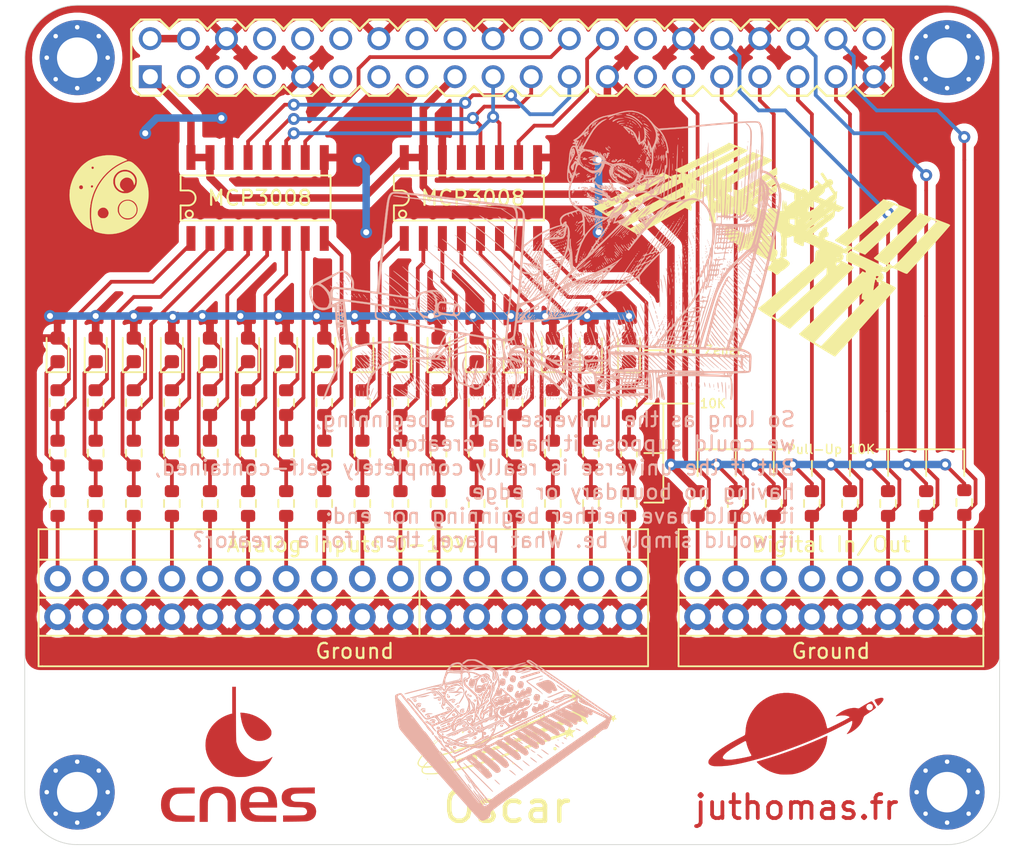
<source format=kicad_pcb>
(kicad_pcb (version 20221018) (generator pcbnew)
  (layers (0 "F.Cu" signal "Top") (31 "B.Cu" signal "Bottom") (34 "B.Paste" user) (35 "F.Paste" user) (36 "B.SilkS" user "B.Silkscreen") (37 "F.SilkS" user "F.Silkscreen") (38 "B.Mask" user) (39 "F.Mask" user) (44 "Edge.Cuts" user))
  (net 0 "")
  (net 1 "GND")
  (net 2 "+5V")
  (net 3 "/D8")
  (net 4 "/D7")
  (net 5 "/D6")
  (net 6 "/D5")
  (net 7 "/D4")
  (net 8 "/D3")
  (net 9 "/D2")
  (net 10 "/D1")
  (net 11 "/GPIO7")
  (net 12 "/GPIO8")
  (net 13 "/GPIO11")
  (net 14 "/GPIO9")
  (net 15 "/GPIO10")
  (net 16 "/3V3_REG")
  (net 17 "/CH7")
  (net 18 "/CH6")
  (net 19 "/CH5")
  (net 20 "/CH4")
  (net 21 "/CH3")
  (net 22 "/CH2")
  (net 23 "/CH1")
  (net 24 "/CH0")
  (net 25 "/CH15")
  (net 26 "/CH14")
  (net 27 "/CH13")
  (net 28 "/CH12")
  (net 29 "/CH11")
  (net 30 "/CH10")
  (net 31 "/CH9")
  (net 32 "/CH8")
  (net 33 "/RG15")
  (net 34 "/RG14")
  (net 35 "/RG13")
  (net 36 "/RG12")
  (net 37 "/RG11")
  (net 38 "/RG10")
  (net 39 "/RG9")
  (net 40 "/RG8")
  (net 41 "/RG7")
  (net 42 "/RG6")
  (net 43 "/RG5")
  (net 44 "/RG4")
  (net 45 "/RG3")
  (net 46 "/RG2")
  (net 47 "/RG1")
  (net 48 "/RG0")
  (net 49 "Net-(D1-K)")
  (net 50 "Net-(D2-K)")
  (net 51 "Net-(D3-K)")
  (net 52 "Net-(D4-K)")
  (net 53 "Net-(D5-K)")
  (net 54 "Net-(D6-K)")
  (net 55 "Net-(D7-K)")
  (net 56 "Net-(D8-K)")
  (net 57 "Net-(D9-K)")
  (net 58 "Net-(D10-K)")
  (net 59 "Net-(D11-K)")
  (net 60 "Net-(D12-K)")
  (net 61 "Net-(D13-K)")
  (net 62 "Net-(D14-K)")
  (net 63 "Net-(D15-K)")
  (net 64 "Net-(D16-K)")
  (footprint "Modular Shield:D_0603_1608Metric" (layer "F.Cu") (at 32.728 48.1965 90)
    (fp_text reference "D3" hide)
    (fp_text value "D_Zener 6.6V")
  )
  (footprint "Modular Shield:D_0603_1608Metric" (layer "F.Cu") (at 35.268 48.1965 90)
    (fp_text reference "D4" hide)
    (fp_text value "D_Zener 6.6V")
  )
  (footprint "Modular Shield:D_0603_1608Metric" (layer "F.Cu") (at 37.808 48.1965 90)
    (fp_text reference "D5" hide)
    (fp_text value "D_Zener 6.6V")
  )
  (footprint "Modular Shield:D_0603_1608Metric" (layer "F.Cu") (at 40.348 48.1965 90)
    (fp_text reference "D6" hide)
    (fp_text value "D_Zener 6.6V")
  )
  (footprint "Modular Shield:D_0603_1608Metric" (layer "F.Cu") (at 45.428 48.1965 90)
    (fp_text reference "D8" hide)
    (fp_text value "D_Zener 6.6V")
  )
  (footprint "Modular Shield:D_0603_1608Metric" (layer "F.Cu") (at 47.968 48.1965 90)
    (fp_text reference "D9" hide)
    (fp_text value "D_Zener 6.6V")
  )
  (footprint "Modular Shield:D_0603_1608Metric" (layer "F.Cu") (at 50.508 48.1965 90)
    (fp_text reference "D10" hide)
    (fp_text value "D_Zener 6.6V")
  )
  (footprint "Modular Shield:D_0603_1608Metric" (layer "F.Cu") (at 53.048 48.1965 90)
    (fp_text reference "D11" hide)
    (fp_text value "D_Zener 6.6V")
  )
  (footprint "Modular Shield:D_0603_1608Metric" (layer "F.Cu") (at 58.128 48.222 90)
    (fp_text reference "D13" hide)
    (fp_text value "D_Zener 6.6V")
  )
  (footprint "Modular Shield:D_0603_1608Metric" (layer "F.Cu") (at 60.668 48.1965 90)
    (fp_text reference "D14" hide)
    (fp_text value "D_Zener 6.6V")
  )
  (footprint "Modular Shield:D_0603_1608Metric" (layer "F.Cu") (at 63.208 48.222 90)
    (fp_text reference "D15" hide)
    (fp_text value "D_Zener 6.6V")
  )
  (footprint "Modular Shield:PIN_20X2" (layer "F.Cu") (at 57.956 28.702)
    (fp_text reference "J1" hide)
    (fp_text value "Raspberry_Pi_2_3")
  )
  (footprint "Modular Shield:R_0603_1608Metric" (layer "F.Cu") (at 30.188 55.08 90)
    (fp_text reference "R6" hide)
    (fp_text value "10K")
  )
  (footprint "Modular Shield:R_0603_1608Metric" (layer "F.Cu") (at 32.728 51.715 90)
    (fp_text reference "R8" hide)
    (fp_text value "10K")
  )
  (footprint "Modular Shield:R_0603_1608Metric" (layer "F.Cu") (at 35.268 58.445 90)
    (fp_text reference "R13" hide)
    (fp_text value "10K")
  )
  (footprint "Modular Shield:R_0603_1608Metric" (layer "F.Cu") (at 37.808 51.715 90)
    (fp_text reference "R14" hide)
    (fp_text value "10K")
  )
  (footprint "Modular Shield:R_0603_1608Metric" (layer "F.Cu") (at 37.808 58.445 90)
    (fp_text reference "R16" hide)
    (fp_text value "10K")
  )
  (footprint "Modular Shield:R_0603_1608Metric" (layer "F.Cu") (at 40.348 51.715 90)
    (fp_text reference "R17" hide)
    (fp_text value "10K")
  )
  (footprint "Modular Shield:R_0603_1608Metric" (layer "F.Cu") (at 40.348 58.445 90)
    (fp_text reference "R19" hide)
    (fp_text value "10K")
  )
  (footprint "Modular Shield:R_0603_1608Metric" (layer "F.Cu") (at 42.888 55.08 90)
    (fp_text reference "R21" hide)
    (fp_text value "10K")
  )
  (footprint "Modular Shield:R_0603_1608Metric" (layer "F.Cu") (at 47.968 55.08 90)
    (fp_text reference "R27" hide)
    (fp_text value "10K")
  )
  (footprint "Modular Shield:R_0603_1608Metric" (layer "F.Cu") (at 47.968 58.445 90)
    (fp_text reference "R28" hide)
    (fp_text value "10K")
  )
  (footprint "Modular Shield:R_0603_1608Metric" (layer "F.Cu") (at 50.508 51.715 90)
    (fp_text reference "R29" hide)
    (fp_text value "10K")
  )
  (footprint "Modular Shield:R_0603_1608Metric" (layer "F.Cu") (at 50.508 55.08 90)
    (fp_text reference "R30" hide)
    (fp_text value "10K")
  )
  (footprint "Modular Shield:R_0603_1608Metric" (layer "F.Cu") (at 50.508 58.445 90)
    (fp_text reference "R31" hide)
    (fp_text value "10K")
  )
  (footprint "Modular Shield:R_0603_1608Metric" (layer "F.Cu") (at 53.048 51.715 90)
    (fp_text reference "R32" hide)
    (fp_text value "10K")
  )
  (footprint "Modular Shield:R_0603_1608Metric" (layer "F.Cu") (at 53.048 55.08 90)
    (fp_text reference "R33" hide)
    (fp_text value "10K")
  )
  (footprint "Modular Shield:R_0603_1608Metric" (layer "F.Cu") (at 55.588 55.08 90)
    (fp_text reference "R36" hide)
    (fp_text value "10K")
  )
  (footprint "Modular Shield:R_0603_1608Metric" (layer "F.Cu") (at 55.588 58.445 90)
    (fp_text reference "R37" hide)
    (fp_text value "10K")
  )
  (footprint "Modular Shield:R_0603_1608Metric" (layer "F.Cu") (at 58.128 51.715 90)
    (fp_text reference "R38" hide)
    (fp_text value "10K")
  )
  (footprint "Modular Shield:R_0603_1608Metric" (layer "F.Cu") (at 58.128 55.08 90)
    (fp_text reference "R39" hide)
    (fp_text value "10K")
  )
  (footprint "Modular Shield:R_0603_1608Metric" (layer "F.Cu") (at 58.128 58.445 90)
    (fp_text reference "R40" hide)
    (fp_text value "10K")
  )
  (footprint "Modular Shield:R_0603_1608Metric" (layer "F.Cu") (at 60.668 51.715 90)
    (fp_text reference "R41" hide)
    (fp_text value "10K")
  )
  (footprint "Modular Shield:R_0603_1608Metric" (layer "F.Cu") (at 60.668 55.08 90)
    (fp_text reference "R42" hide)
    (fp_text value "10K")
  )
  (footprint "Modular Shield:R_0603_1608Metric" (layer "F.Cu") (at 60.668 58.445 90)
    (fp_text reference "R43" hide)
    (fp_text value "10K")
  )
  (footprint "Modular Shield:R_0603_1608Metric" (layer "F.Cu") (at 63.208 55.08 90)
    (fp_text reference "R45" hide)
    (fp_text value "10K")
  )
  (footprint "Modular Shield:R_0603_1608Metric" (layer "F.Cu") (at 63.208 58.445 90)
    (fp_text reference "R46" hide)
    (fp_text value "10K")
  )
  (footprint "Modular Shield:R_0603_1608Metric" (layer "F.Cu") (at 65.748 51.715 90)
    (fp_text reference "R47" hide)
    (fp_text value "10K")
  )
  (footprint "Modular Shield:R_0603_1608Metric" (layer "F.Cu") (at 65.748 55.08 90)
    (fp_text reference "R48" hide)
    (fp_text value "10K")
  )
  (footprint "Modular Shield:MCP3008 SOIC16" (layer "F.Cu") (at 40.348 38.062 90)
    (fp_text reference "U1" hide)
    (fp_text value "MCP3008" hide)
  )
  (footprint "Modular Shield:MCP3008 SOIC16" (layer "F.Cu") (at 54.572 38.062 90)
    (fp_text reference "U3" hide)
    (fp_text value "MCP3008" hide)
  )
  (footprint "Modular Shield:MountingHole_2.7mm_M2.5" (layer "F.Cu") (at 86.956 77.702)
    (fp_text reference "H2" hide)
    (fp_text value "MountingHole")
  )
  (footprint "Modular Shield:MountingHole_2.7mm_M2.5" (layer "F.Cu") (at 86.956 28.702)
    (fp_text reference "H3" hide)
    (fp_text value "MountingHole")
  )
  (footprint "Modular Shield:MountingHole_2.7mm_M2.5" (layer "F.Cu") (at 28.956 77.702)
    (fp_text reference "H4" hide)
    (fp_text value "MountingHole")
  )
  (footprint "Modular Shield:MountingHole_2.7mm_M2.5" (layer "F.Cu") (at 28.956 28.702)
    (fp_text reference "H1" hide)
    (fp_text value "MountingHole")
  )
  (footprint "Modular Shield:1X10-BIG" (layer "F.Cu") (at 39.078 66.002)
    (fp_text reference "JP6" hide)
    (fp_text value "PINHD-1X10")
  )
  (footprint "Modular Shield:1X08-BIG" (layer "F.Cu") (at 79.21 66.002)
    (fp_text reference "JP2" hide)
    (fp_text value "PINHD-1X8")
  )
  (footprint "Modular Shield:1X06-BIG" (layer "F.Cu") (at 59.398 66.002)
    (fp_text reference "JP3" hide)
    (fp_text value "PINHD-1X6")
  )
  (footprint "Modular Shield:1X10-BIG" (layer "F.Cu") (at 39.078 63.462)
    (fp_text reference "JP4" hide)
    (fp_text value "PINHD-1X10")
  )
  (footprint "Modular Shield:R_0603_1608Metric" (layer "F.Cu") (at 27.648 55.08 90)
    (fp_text reference "R2" hide)
    (fp_text value "10K")
  )
  (footprint "Modular Shield:R_0603_1608Metric" (layer "F.Cu") (at 27.648 51.715 90)
    (fp_text reference "R1" hide)
    (fp_text value "10K")
  )
  (footprint "Modular Shield:D_0603_1608Metric" (layer "F.Cu") (at 27.648 48.1965 90)
    (fp_text reference "D1" hide)
    (fp_text value "D_Zener 6.6V")
  )
  (footprint "Modular Shield:1X08-BIG" (layer "F.Cu") (at 79.21 63.462)
    (fp_text reference "JP5" hide)
    (fp_text value "PINHD-1X8")
  )
  (footprint "Modular Shield:1X06-BIG" (layer "F.Cu") (at 59.398 63.462)
    (fp_text reference "JP1" hide)
    (fp_text value "PINHD-1X6")
  )
  (footprint "Modular Shield:D_0603_1608Metric" (layer "F.Cu") (at 30.188 48.1965 90)
    (fp_text reference "D2" hide)
    (fp_text value "D_Zener 6.6V")
  )
  (footprint "Modular Shield:R_0603_1608Metric" (layer "F.Cu") (at 30.188 58.445 90)
    (fp_text reference "R7" hide)
    (fp_text value "10K")
  )
  (footprint "Modular Shield:R_0603_1608Metric" (layer "F.Cu") (at 27.648 58.445 90)
    (fp_text reference "R3" hide)
    (fp_text value "10K")
  )
  (footprint "Modular Shield:R_0603_1608Metric" (layer "F.Cu") (at 30.188 51.715 90)
    (fp_text reference "R5" hide)
    (fp_text value "10K")
  )
  (footprint "Modular Shield:R_0603_1608Metric" (layer "F.Cu") (at 32.728 58.445 90)
    (fp_text reference "R10" hide)
    (fp_text value "10K")
  )
  (footprint "Modular Shield:R_0603_1608Metric" (layer "F.Cu") (at 32.728 55.08 90)
    (fp_text reference "R9" hide)
    (fp_text value "10K")
  )
  (footprint "Modular Shield:R_0603_1608Metric" (layer "F.Cu") (at 35.268 55.08 90)
    (fp_text reference "R12" hide)
    (fp_text value "10K")
  )
  (footprint "Modular Shield:R_0603_1608Metric" (layer "F.Cu") (at 35.268 51.715 90)
    (fp_text reference "R11" hide)
    (fp_text value "10K")
  )
  (footprint "Modular Shield:R_0603_1608Metric" (layer "F.Cu") (at 37.808 55.08 90)
    (fp_text reference "R15" hide)
    (fp_text value "10K")
  )
  (footprint "Modular Shield:R_0603_1608Metric" (layer "F.Cu") (at 40.348 55.08 90)
    (fp_text reference "R18" hide)
    (fp_text value "10K")
  )
  (footprint "Modular Shield:D_0603_1608Metric" (layer "F.Cu") (at 42.888 48.1965 90)
    (fp_text reference "D7" hide)
    (fp_text value "D_Zener 6.6V")
  )
  (footprint "Modular Shield:R_0603_1608Metric" (layer "F.Cu") (at 42.888 58.445 90)
    (fp_text reference "R22" hide)
    (fp_text value "10K")
  )
  (footprint "Modular Shield:R_0603_1608Metric" (layer "F.Cu") (at 42.888 51.715 90)
    (fp_text reference "R20" hide)
    (fp_text value "10K")
  )
  (footprint "Modular Shield:R_0603_1608Metric" (layer "F.Cu") (at 45.428 58.445 90)
    (fp_text reference "R25" hide)
    (fp_text value "10K")
  )
  (footprint "Modular Shield:R_0603_1608Metric" (layer "F.Cu") (at 45.428 55.08 90)
    (fp_text reference "R24" hide)
    (fp_text value "10K")
  )
  (footprint "Modular Shield:R_0603_1608Metric" (layer "F.Cu") (at 45.428 51.715 90)
    (fp_text reference "R23" hide)
    (fp_text value "10K")
  )
  (footprint "Modular Shield:R_0603_1608Metric" (layer "F.Cu") (at 47.968 51.715 90)
    (fp_text reference "R26" hide)
    (fp_text value "10K")
  )
  (footprint "Modular Shield:R_0603_1608Metric" (layer "F.Cu") (at 53.048 58.445 90)
    (fp_text reference "R34" hide)
    (fp_text value "10K")
  )
  (footprint "Modular Shield:R_0603_1608Metric" (layer "F.Cu") (at 55.588 51.715 90)
    (fp_text reference "R35" hide)
    (fp_text value "10K")
  )
  (footprint "Modular Shield:D_0603_1608Metric" (layer "F.Cu") (at 55.588 48.1965 90)
    (fp_text reference "D12" hide)
    (fp_text value "D_Zener 6.6V")
  )
  (footprint "Modular Shield:R_0603_1608Metric" (layer "F.Cu") (at 63.208 51.715 90)
    (fp_text reference "R44" hide)
    (fp_text value "10K")
  )
  (footprint "Modular Shield:R_0603_1608Metric" (layer "F.Cu") (at 65.748 58.445 90)
    (fp_text reference "R49" hide)
    (fp_text value "10K")
  )
  (footprint "Modular Shield:D_0603_1608Metric" (layer "F.Cu") (at 65.748 48.1965 90)
    (fp_text reference "D16" hide)
    (fp_text value "D_Zener 6.6V")
  )
  (footprint "Modular Shield:R_0603_1608Metric" (layer "F.Cu") (at 77.94 58.445 90)
    (fp_text reference "R4" hide)
    (fp_text value "10K")
  )
  (footprint "Modular Shield:R_0603_1608Metric" (layer "F.Cu") (at 72.86 58.445 90)
    (fp_text reference "R51" hide)
    (fp_text value "10K")
  )
  (footprint "Modular Shield:R_0603_1608Metric" (layer "F.Cu") (at 70.32 58.445 90)
    (fp_text reference "R52" hide)
    (fp_text value "10K")
  )
  (footprint "Modular Shield:R_0603_1608Metric" (layer "F.Cu") (at 88.1 58.382 90)
    (fp_text reference "R53" hide)
    (fp_text value "10K")
  )
  (footprint "Modular Shield:R_0603_1608Metric" (layer "F.Cu") (at 85.56 58.445 90)
    (fp_text reference "R54" hide)
    (fp_text value "10K")
  )
  (footprint "Modular Shield:R_0603_1608Metric" (layer "F.Cu") (at 83.02 58.445 90)
    (fp_text reference "R55" hide)
    (fp_text value "10K")
  )
  (footprint "Modular Shield:R_0603_1608Metric" (layer "F.Cu") (at 75.4 58.445 90)
    (fp_text reference "R50" hide)
    (fp_text value "10K")
  )
  (footprint "Modular Shield:R_0603_1608Metric" (layer "F.Cu") (at 80.48 58.445 90)
    (fp_text reference "R56" hide)
    (fp_text value "10K")
  )
  (footprint "Modular Shield:ISS" (layer "F.Cu") (at 75.654 38.824)
    (fp_text reference "REF**" hide)
    (fp_text value "ISS" hide)
  )
  (footprint "Modular Shield:Saturn" (layer "F.Cu") (at 76.924 74.13)
    (fp_text reference "G***" hide)
    (fp_text value "LOGO" hide)
  )
  (footprint "Modular Shield:Moon" (layer "F.Cu") (at 31.458 37.808)
    (fp_text reference "G***" hide)
    (fp_text value "LOGO" hide)
  )
  (footprint "Modular Shield:Falling_Stars" (layer "F.Cu") (at 57.874 74.13)
    (fp_text reference "G***" hide)
    (fp_text value "LOGO" hide)
  )
  (footprint "Modular Shield:CNES" (layer "F.Cu") (at 39.586 76.416)
    (fp_text reference "G***" hide)
    (fp_text value "LOGO" hide)
  )
  (footprint "Modular Shield:Stephen_Hawking" (layer "B.Cu") (at 60.16 41.872 180)
    (fp_text reference "G***" hide)
    (fp_text value "LOGO" hide)
  )
  (footprint "Modular Shield:Synthesizer" (layer "B.Cu") (at 57.366 74.13 180)
    (fp_text reference "G***" hide)
    (fp_text value "LOGO" hide)
  )
  (gr_line (start 88.1 54.826) (end 88.1 56.604) (stroke (width 0.12)) (layer "F.SilkS"))
  (gr_line (start 26.378 60.16) (end 26.378 62.192) (stroke (width 0.12)) (layer "F.SilkS"))
  (gr_line (start 68.034 58.382) (end 68.034 51.778) (stroke (width 0.12)) (layer "F.SilkS"))
  (gr_line (start 68.034 51.778) (end 66.764 51.778) (stroke (width 0.12)) (layer "F.SilkS"))
  (gr_line (start 72.86 54.826) (end 72.86 56.604) (stroke (width 0.12)) (layer "F.SilkS"))
  (gr_line (start 69.05 67.272) (end 69.05 69.304) (stroke (width 0.12)) (layer "F.SilkS"))
  (gr_line (start 67.018 62.192) (end 67.018 60.16) (stroke (width 0.12)) (layer "F.SilkS"))
  (gr_line (start 26.378 69.304) (end 26.378 67.272) (stroke (width 0.12)) (layer "F.SilkS"))
  (gr_line (start 75.4 54.826) (end 76.162 54.826) (stroke (width 0.12)) (layer "F.SilkS"))
  (gr_line (start 75.4 54.826) (end 75.4 56.604) (stroke (width 0.12)) (layer "F.SilkS"))
  (gr_line (start 89.37 69.304) (end 89.37 67.272) (stroke (width 0.12)) (layer "F.SilkS"))
  (gr_line (start 89.37 62.192) (end 89.37 60.16) (stroke (width 0.12)) (layer "F.SilkS"))
  (gr_line (start 68.034 55.08) (end 66.764 55.08) (stroke (width 0.12)) (layer "F.SilkS"))
  (gr_line (start 77.94 56.604) (end 77.94 55.588) (stroke (width 0.12)) (layer "F.SilkS"))
  (gr_line (start 70.32 54.826) (end 75.4 54.826) (stroke (width 0.12)) (layer "F.SilkS"))
  (gr_line (start 67.018 67.272) (end 67.018 69.304) (stroke (width 0.12)) (layer "F.SilkS"))
  (gr_line (start 89.37 60.16) (end 69.05 60.16) (stroke (width 0.12)) (layer "F.SilkS"))
  (gr_line (start 89.37 67.272) (end 89.37 67.018) (stroke (width 0.12)) (layer "F.SilkS"))
  (gr_line (start 68.034 51.778) (end 70.066 51.778) (stroke (width 0.12)) (layer "F.SilkS"))
  (gr_line (start 67.018 60.16) (end 26.378 60.16) (stroke (width 0.12)) (layer "F.SilkS"))
  (gr_line (start 67.018 69.304) (end 26.632 69.304) (stroke (width 0.12)) (layer "F.SilkS"))
  (gr_line (start 85.56 54.826) (end 85.56 56.604) (stroke (width 0.12)) (layer "F.SilkS"))
  (gr_line (start 70.32 56.604) (end 70.32 54.826) (stroke (width 0.12)) (layer "F.SilkS"))
  (gr_line (start 69.05 60.16) (end 69.05 62.192) (stroke (width 0.12)) (layer "F.SilkS"))
  (gr_line (start 66.764 58.382) (end 68.034 58.382) (stroke (width 0.12)) (layer "F.SilkS"))
  (gr_line (start 26.632 69.304) (end 26.378 69.304) (stroke (width 0.12)) (layer "F.SilkS"))
  (gr_line (start 80.48 56.604) (end 80.48 55.588) (stroke (width 0.12)) (layer "F.SilkS"))
  (gr_line (start 83.02 56.604) (end 83.02 54.826) (stroke (width 0.12)) (layer "F.SilkS"))
  (gr_line (start 66.764 48.222) (end 68.034 48.222) (stroke (width 0.12)) (layer "F.SilkS"))
  (gr_line (start 83.02 54.826) (end 88.1 54.826) (stroke (width 0.12)) (layer "F.SilkS"))
  (gr_line (start 69.05 69.304) (end 89.37 69.304) (stroke (width 0.12)) (layer "F.SilkS"))
  (gr_line (start 83.02 54.826) (end 82.258 54.826) (stroke (width 0.12)) (layer "F.SilkS"))
  (gr_line (start 25.456 77.702) (end 25.456 28.702) (stroke (width 0.05)) (layer "Edge.Cuts"))
  (gr_arc (start 90.456 77.702) (mid 89.430874 80.176874) (end 86.956 81.202) (stroke (width 0.05)) (layer "Edge.Cuts"))
  (gr_line (start 90.456 28.702) (end 90.456 77.702) (stroke (width 0.05)) (layer "Edge.Cuts"))
  (gr_arc (start 86.956 25.202) (mid 89.430874 26.227126) (end 90.456 28.702) (stroke (width 0.05)) (layer "Edge.Cuts"))
  (gr_arc (start 25.456 28.702) (mid 26.481126 26.227126) (end 28.956 25.202) (stroke (width 0.05)) (layer "Edge.Cuts"))
  (gr_arc (start 28.956 81.202) (mid 26.481126 80.176874) (end 25.456 77.702) (stroke (width 0.05)) (layer "Edge.Cuts"))
  (gr_line (start 28.956 25.202) (end 86.956 25.202) (stroke (width 0.05)) (layer "Edge.Cuts"))
  (gr_line (start 86.956 81.202) (end 28.956 81.202) (stroke (width 0.05)) (layer "Edge.Cuts"))
  (gr_text "So long as the universe had a beginning, \nwe could suppose it had a creator. \nBut if the universe is really completely self-contained, \nhaving no boundary or edge, \nit would have neither beginning nor end: \nit would simply be. What place, then, for a creator?" (at 76.924 56.858) (layer "B.SilkS") (effects (font (size 1 1)) (justify left mirror)))
  (gr_text "Ground" (at 47.46 68.288) (layer "F.SilkS") (effects (font (size 1 1))))
  (gr_text "Oscar" (at 57.62 78.702) (layer "F.SilkS") (effects (font (size 2 2) (thickness 0.3))))
  (gr_text "Ground" (at 79.21 68.288) (layer "F.SilkS") (effects (font (size 1 1))))
  (gr_text "Digital In/Out" (at 79.21 61.176) (layer "F.SilkS") (effects (font (size 1 1))))
  (gr_text "Analog Inputs 0-10V" (at 46.952 61.176) (layer "F.SilkS") (effects (font (size 1 1))))
  (gr_text "10K" (at 71.336 51.778) (layer "F.SilkS") (effects (font (size 0.6 0.6) (thickness 0.1))))
  (gr_text "6.8V Zener" (at 70.828 48.222) (layer "F.SilkS") (effects (font (size 0.6 0.6) (thickness 0.1))))
  (gr_text "Pull-Up 10K" (at 79.21 54.826) (layer "F.SilkS") (effects (font (size 0.6 0.6) (thickness 0.1))))
  (segment (start 30.188 50.89) (end 30.94041 50.13759) (width 0.25) (layer "F.Cu") (net 1))
  (segment (start 30.94041 48.16141) (end 30.188 47.409) (width 0.25) (layer "F.Cu") (net 1))
  (segment (start 30.94041 50.13759) (end 30.94041 48.16141) (width 0.25) (layer "F.Cu") (net 1))
  (segment (start 63.208 50.89) (end 63.96041 50.13759) (width 0.25) (layer "F.Cu") (net 1))
  (segment (start 63.96041 48.16141) (end 63.208 47.409) (width 0.25) (layer "F.Cu") (net 1))
  (segment (start 63.96041 50.13759) (end 63.96041 48.16141) (width 0.25) (layer "F.Cu") (net 1))
  (segment (start 37.808 47.409) (end 37.808 46.444) (width 0.5) (layer "F.Cu") (net 1))
  (segment (start 37.808 50.89) (end 38.56041 50.13759) (width 0.25) (layer "F.Cu") (net 1))
  (segment (start 58.128 47.4345) (end 58.128 46.19) (width 0.5) (layer "F.Cu") (net 1))
  (segment (start 48.72041 50.13759) (end 48.72041 48.16141) (width 0.25) (layer "F.Cu") (net 1))
  (segment (start 60.668 50.89) (end 61.42041 50.13759) (width 0.25) (layer "F.Cu") (net 1))
  (segment (start 53.80041 50.13759) (end 53.80041 48.16141) (width 0.25) (layer "F.Cu") (net 1))
  (segment (start 27.648 50.89) (end 28.40041 50.13759) (width 0.25) (layer "F.Cu") (net 1))
  (segment (start 50.508 50.89) (end 51.26041 50.13759) (width 0.25) (layer "F.Cu") (net 1))
  (segment (start 46.18041 50.13759) (end 46.18041 48.16141) (width 0.25) (layer "F.Cu") (net 1))
  (segment (start 41.10041 50.13759) (end 41.10041 48.16141) (width 0.25) (layer "F.Cu") (net 1))
  (segment (start 47.554 35.362) (end 47.714 35.522) (width 0.5) (layer "F.Cu") (net 1))
  (segment (start 58.88041 48.16141) (end 58.128 47.409) (width 0.25) (layer "F.Cu") (net 1))
  (segment (start 50.508 47.409) (end 50.508 46.444) (width 0.5) (layer "F.Cu") (net 1))
  (segment (start 53.80041 48.16141) (end 53.048 47.409) (width 0.25) (layer "F.Cu") (net 1))
  (segment (start 40.348 47.409) (end 40.348 46.444) (width 0.5) (layer "F.Cu") (net 1))
  (segment (start 42.888 46.444) (end 42.38 45.936) (width 0.5) (layer "F.Cu") (net 1))
  (segment (start 50.508 46.444) (end 50 45.936) (width 0.5) (layer "F.Cu") (net 1))
  (segment (start 45.428 50.89) (end 46.18041 50.13759) (width 0.25) (layer "F.Cu") (net 1))
  (segment (start 58.88041 50.13759) (end 58.88041 48.16141) (width 0.25) (layer "F.Cu") (net 1))
  (segment (start 38.56041 48.16141) (end 37.808 47.409) (width 0.25) (layer "F.Cu") (net 1))
  (segment (start 64.306 29.972) (end 64.306 31.413) (width 0.5) (layer "F.Cu") (net 1))
  (segment (start 36.02041 48.16141) (end 35.268 47.409) (width 0.25) (layer "F.Cu") (net 1))
  (segment (start 47.968 47.409) (end 47.968 46.444) (width 0.5) (layer "F.Cu") (net 1))
  (segment (start 40.348 50.89) (end 41.10041 50.13759) (width 0.25) (layer "F.Cu") (net 1))
  (segment (start 35.268 47.409) (end 35.268 46.05499) (width 0.5) (layer "F.Cu") (net 1))
  (segment (start 36.02041 50.13759) (end 36.02041 48.16141) (width 0.25) (layer "F.Cu") (net 1))
  (segment (start 42.888 50.89) (end 43.64041 50.13759) (width 0.25) (layer "F.Cu") (net 1))
  (segment (start 33.48041 50.13759) (end 33.48041 48.16141) (width 0.25) (layer "F.Cu") (net 1))
  (segment (start 39.078 35.362) (end 39.078 33.236) (width 0.5) (layer "F.Cu") (net 1))
  (segment (start 45.428 35.362) (end 47.554 35.362) (width 0.5) (layer "F.Cu") (net 1))
  (segment (start 47.968 50.89) (end 48.72041 50.13759) (width 0.25) (layer "F.Cu") (net 1))
  (segment (start 56.34041 48.16141) (end 55.588 47.409) (width 0.25) (layer "F.Cu") (net 1))
  (segment (start 42.888 47.409) (end 42.888 46.444) (width 0.5) (layer "F.Cu") (net 1))
  (segment (start 43.64041 50.13759) (end 43.64041 48.16141) (width 0.25) (layer "F.Cu") (net 1))
  (segment (start 64.306 31.413) (end 64.351 31.458) (width 0.5) (layer "F.Cu") (net 1))
  (segment (start 33.48041 48.16141) (end 32.728 47.409) (width 0.25) (layer "F.Cu") (net 1))
  (segment (start 63.208 47.4345) (end 63.208 46.19) (width 0.5) (layer "F.Cu") (net 1))
  (segment (start 61.42041 48.16141) (end 60.668 47.409) (width 0.25) (layer "F.Cu") (net 1))
  (segment (start 40.348 46.444) (end 39.84 45.936) (width 0.5) (layer "F.Cu") (net 1))
  (segment (start 58.128 50.89) (end 58.88041 50.13759) (width 0.25) (layer "F.Cu") (net 1))
  (segment (start 65.748 47.409) (end 65.748 45.936) (width 0.5) (layer "F.Cu") (net 1))
  (segment (start 45.428 46.444) (end 44.92 45.936) (width 0.5) (layer "F.Cu") (net 1))
  (segment (start 65.748 50.89) (end 66.50041 50.13759) (width 0.25) (layer "F.Cu") (net 1))
  (segment (start 45.428 47.409) (end 45.428 46.444) (width 0.5) (layer "F.Cu") (net 1))
  (segment (start 55.588 47.409) (end 55.588 46.19) (width 0.5) (layer "F.Cu") (net 1))
  (segment (start 58.128 46.19) (end 57.874 45.936) (width 0.5) (layer "F.Cu") (net 1))
  (segment (start 32.728 47.409) (end 32.728 45.936) (width 0.5) (layer "F.Cu") (net 1))
  (segment (start 55.588 50.89) (end 56.34041 50.13759) (width 0.25) (layer "F.Cu") (net 1))
  (segment (start 41.10041 48.16141) (end 40.348 47.409) (width 0.25) (layer "F.Cu") (net 1))
  (segment (start 35.268 46.05499) (end 35.327495 45.995495) (width 0.5) (layer "F.Cu") (net 1))
  (segment (start 59.652 35.362) (end 63.556 35.362) (width 0.5) (layer "F.Cu") (net 1))
  (segment (start 66.50041 50.13759) (end 66.50041 48.16141) (width 0.25) (layer "F.Cu") (net 1))
  (segment (start 28.40041 50.13759) (end 28.40041 48.16141) (width 0.25) (layer "F.Cu") (net 1))
  (segment (start 46.18041 48.16141) (end 45.428 47.409) (width 0.25) (layer "F.Cu") (net 1))
  (segment (start 51.26041 50.13759) (end 51.26041 48.16141) (width 0.25) (layer "F.Cu") (net 1))
  (segment (start 61.42041 50.13759) (end 61.42041 48.16141) (width 0.25) (layer "F.Cu") (net 1))
  (segment (start 28.40041 48.16141) (end 27.648 47.409) (width 0.25) (layer "F.Cu") (net 1))
  (segment (start 63.556 35.362) (end 63.716 35.522) (width 0.5) (layer "F.Cu") (net 1))
  (segment (start 30.188 47.409) (end 30.188 45.936) (width 0.5) (layer "F.Cu") (net 1))
  (segment (start 43.986 29.972) (end 43.008 30.95) (width 0.5) (layer "F.Cu") (net 1))
  (segment (start 38.56041 50.13759) (end 38.56041 48.16141) (width 0.25) (layer "F.Cu") (net 1))
  (segment (start 60.668 46.444) (end 60.16 45.936) (width 0.5) (layer "F.Cu") (net 1))
  (segment (start 63.208 46.19) (end 62.954 45.936) (width 0.5) (layer "F.Cu") (net 1))
  (segment (start 53.048 47.409) (end 53.048 46.444) (width 0.5) (layer "F.Cu") (net 1))
  (segment (start 60.668 47.409) (end 60.668 46.444) (width 0.5) (layer "F.Cu") (net 1))
  (segment (start 43.64041 48.16141) (end 42.888 47.409) (width 0.25) (layer "F.Cu") (net 1))
  (segment (start 51.26041 48.16141) (end 50.508 47.409) (width 0.25) (layer "F.Cu") (net 1))
  (segment (start 47.968 46.444) (end 47.46 45.936) (width 0.5) (layer "F.Cu") (net 1))
  (segment (start 32.728 50.89) (end 33.48041 50.13759) (width 0.25) (layer "F.Cu") (net 1))
  (segment (start 53.048 46.444) (end 52.54 45.936) (width 0.5) (layer "F.Cu") (net 1))
  (segment (start 53.048 50.89) (end 53.80041 50.13759) (width 0.25) (layer "F.Cu") (net 1))
  (segment (start 39.078 33.236) (end 38.57 32.728) (width 0.5) (layer "F.Cu") (net 1))
  (segment (start 48.72041 48.16141) (end 47.968 47.409) (width 0.25) (layer "F.Cu") (net 1))
  (segment (start 37.808 46.444) (end 37.3 45.936) (width 0.5) (layer "F.Cu") (net 1))
  (segment (start 66.50041 48.16141) (end 65.748 47.409) (width 0.25) (layer "F.Cu") (net 1))
  (segment (start 56.34041 50.13759) (end 56.34041 48.16141) (width 0.25) (layer "F.Cu") (net 1))
  (segment (start 35.268 50.89) (end 36.02041 50.13759) (width 0.25) (layer "F.Cu") (net 1))
  (segment (start 55.588 46.19) (end 55.334 45.936) (width 0.5) (layer "F.Cu") (net 1))
  (via (at 30.188 45.936) (size 0.8) (drill 0.4) (layers "F.Cu" "B.Cu") (net 1))
  (via (at 35.327495 45.995495) (size 0.8) (drill 0.4) (layers "F.Cu" "B.Cu") (net 1))
  (via (at 50 45.936) (size 0.8) (drill 0.4) (layers "F.Cu" "B.Cu") (net 1))
  (via (at 52.54 45.936) (size 0.8) (drill 0.4) (layers "F.Cu" "B.Cu") (net 1))
  (via (at 63.716 40.348) (size 0.8) (drill 0.4) (layers "F.Cu" "B.Cu") (net 1))
  (via (at 55.334 45.936) (size 0.8) (drill 0.4) (layers "F.Cu" "B.Cu") (net 1))
  (via (at 39.84 45.936) (size 0.8) (drill 0.4) (layers "F.Cu" "B.Cu") (net 1))
  (via (at 27.14 45.936) (size 0.8) (drill 0.4) (layers "F.Cu" "B.Cu") (net 1))
  (via (at 63.716 35.522) (size 0.8) (drill 0.4) (layers "F.Cu" "B.Cu") (net 1))
  (via (at 65.748 45.936) (size 0.8) (drill 0.4) (layers "F.Cu" "B.Cu") (net 1))
  (via (at 38.57 32.728) (size 0.8) (drill 0.4) (layers "F.Cu" "B.Cu") (net 1))
  (via (at 37.3 45.936) (size 0.8) (drill 0.4) (layers "F.Cu" "B.Cu") (net 1))
  (via (at 62.954 45.936) (size 0.8) (drill 0.4) (layers "F.Cu" "B.Cu") (net 1))
  (via (at 47.46 45.936) (size 0.8) (drill 0.4) (layers "F.Cu" "B.Cu") (net 1))
  (via (at 44.92 45.936) (size 0.8) (drill 0.4) (layers "F.Cu" "B.Cu") (net 1))
  (via (at 32.728 45.936) (size 0.8) (drill 0.4) (layers "F.Cu" "B.Cu") (net 1))
  (via (at 48.222 40.348) (size 0.8) (drill 0.4) (layers "F.Cu" "B.Cu") (net 1))
  (via (at 47.714 35.522) (size 0.8) (drill 0.4) (layers "F.Cu" "B.Cu") (net 1))
  (via (at 60.16 45.936) (size 0.8) (drill 0.4) (layers "F.Cu" "B.Cu") (net 1))
  (via (at 33.49 33.744) (size 0.8) (drill 0.4) (layers "F.Cu" "B.Cu") (net 1))
  (via (at 42.38 45.936) (size 0.8) (drill 0.4) (layers "F.Cu" "B.Cu") (net 1))
  (via (at 57.874 45.936) (size 0.8) (drill 0.4) (layers "F.Cu" "B.Cu") (net 1))
  (segment (start 48.222 36.03) (end 48.222 40.348) (width 0.5) (layer "B.Cu") (net 1))
  (segment (start 33.49 33.49) (end 33.49 33.744) (width 0.5) (layer "B.Cu") (net 1))
  (segment (start 50 45.936) (end 47.46 45.936) (width 0.5) (layer "B.Cu") (net 1))
  (segment (start 44.92 45.936) (end 42.38 45.936) (width 0.5) (layer "B.Cu") (net 1))
  (segment (start 32.728 45.936) (end 30.188 45.936) (width 0.5) (layer "B.Cu") (net 1))
  (segment (start 57.874 45.936) (end 55.334 45.936) (width 0.5) (layer "B.Cu") (net 1))
  (segment (start 34.252 32.728) (end 33.49 33.49) (width 0.5) (layer "B.Cu") (net 1))
  (segment (start 52.54 45.936) (end 50 45.936) (width 0.5) (layer "B.Cu") (net 1))
  (segment (start 55.334 45.936) (end 52.54 45.936) (width 0.5) (layer "B.Cu") (net 1))
  (segment (start 62.954 45.936) (end 60.16 45.936) (width 0.5) (layer "B.Cu") (net 1))
  (segment (start 65.748 45.936) (end 62.954 45.936) (width 0.5) (layer "B.Cu") (net 1))
  (segment (start 30.188 45.936) (end 27.14 45.936) (width 0.5) (layer "B.Cu") (net 1))
  (segment (start 47.714 35.522) (end 48.222 36.03) (width 0.5) (layer "B.Cu") (net 1))
  (segment (start 47.46 45.936) (end 44.92 45.936) (width 0.5) (layer "B.Cu") (net 1))
  (segment (start 42.38 45.936) (end 39.84 45.936) (width 0.5) (layer "B.Cu") (net 1))
  (segment (start 37.3 45.936) (end 32.728 45.936) (width 0.5) (layer "B.Cu") (net 1))
  (segment (start 60.16 45.936) (end 57.874 45.936) (width 0.5) (layer "B.Cu") (net 1))
  (segment (start 39.84 45.936) (end 37.3 45.936) (width 0.5) (layer "B.Cu") (net 1))
  (segment (start 63.716 35.522) (end 63.716 40.348) (width 0.5) (layer "B.Cu") (net 1))
  (segment (start 38.57 32.728) (end 34.252 32.728) (width 0.5) (layer "B.Cu") (net 1))
  (segment (start 36.366 27.432) (end 33.826 27.432) (width 0.5) (layer "F.Cu") (net 2))
  (segment (start 88.1 56.096) (end 88.1 35.522) (width 0.25) (layer "F.Cu") (net 3))
  (segment (start 88.85241 58.45459) (end 88.85241 56.84841) (width 0.25) (layer "F.Cu") (net 3))
  (segment (start 88.1 63.462) (end 88.1 59.207) (width 0.25) (layer "F.Cu") (net 3))
  (segment (start 88.1 35.522) (end 88.1 33.998) (width 0.25) (layer "F.Cu") (net 3))
  (segment (start 88.85241 56.84841) (end 88.1 56.096) (width 0.25) (layer "F.Cu") (net 3))
  (segment (start 88.1 59.207) (end 88.85241 58.45459) (width 0.25) (layer "F.Cu") (net 3))
  (via (at 88.1 33.998) (size 0.8) (drill 0.4) (layers "F.Cu" "B.Cu") (net 3))
  (segment (start 88.1 33.998) (end 86.322 32.22) (width 0.25) (layer "B.Cu") (net 3))
  (segment (start 80.734 28.62) (end 79.546 27.432) (width 0.25) (layer "B.Cu") (net 3))
  (segment (start 86.322 32.22) (end 82.258 32.22) (width 0.25) (layer "B.Cu") (net 3))
  (segment (start 80.734 30.696) (end 80.734 28.62) (width 0.25) (layer "B.Cu") (net 3))
  (segment (start 82.258 32.22) (end 80.734 30.696) (width 0.25) (layer "B.Cu") (net 3))
  (segment (start 85.56 56.096) (end 85.56 45.936) (width 0.25) (layer "F.Cu") (net 4))
  (segment (start 85.56 59.27) (end 86.31241 58.51759) (width 0.25) (layer "F.Cu") (net 4))
  (segment (start 85.56 63.462) (end 85.56 59.27) (width 0.25) (layer "F.Cu") (net 4))
  (segment (start 85.56 37.554) (end 85.56 36.538) (width 0.25) (layer "F.Cu") (net 4))
  (segment (start 86.31241 56.84841) (end 85.56 56.096) (width 0.25) (layer "F.Cu") (net 4))
  (segment (start 85.56 45.936) (end 85.56 37.554) (width 0.25) (layer "F.Cu") (net 4))
  (segment (start 86.31241 58.51759) (end 86.31241 56.84841) (width 0.25) (layer "F.Cu") (net 4))
  (via (at 85.56 36.538) (size 0.8) (drill 0.4) (layers "F.Cu" "B.Cu") (net 4))
  (segment (start 80.734 33.744) (end 78.194 31.204) (width 0.25) (layer "B.Cu") (net 4))
  (segment (start 78.194 31.204) (end 78.194 28.62) (width 0.25) (layer "B.Cu") (net 4))
  (segment (start 78.194 28.62) (end 77.006 27.432) (width 0.25) (layer "B.Cu") (net 4))
  (segment (start 85.56 36.538) (end 82.766 33.744) (width 0.25) (layer "B.Cu") (net 4))
  (segment (start 82.766 33.744) (end 80.734 33.744) (width 0.25) (layer "B.Cu") (net 4))
  (segment (start 83.77241 56.84841) (end 83.02 56.096) (width 0.25) (layer "F.Cu") (net 5))
  (segment (start 83.77241 58.51759) (end 83.77241 56.84841) (width 0.25) (layer "F.Cu") (net 5))
  (segment (start 83.02 56.096) (end 83.02 52.286) (width 0.25) (layer "F.Cu") (net 5))
  (segment (start 83.02 59.27) (end 83.77241 58.51759) (width 0.25) (layer "F.Cu") (net 5))
  (segment (start 83.02 63.462) (end 83.02 59.27) (width 0.25) (layer "F.Cu") (net 5))
  (segment (start 83.02 52.286) (end 83.02 39.078) (width 0.25) (layer "F.Cu") (net 5))
  (via (at 83.02 39.078) (size 0.8) (drill 0.4) (layers "F.Cu" "B.Cu") (net 5))
  (segment (start 74.384 32.22) (end 73.114 30.95) (width 0.25) (layer "B.Cu") (net 5))
  (segment (start 83.02 39.078) (end 76.162 32.22) (width 0.25) (layer "B.Cu") (net 5))
  (segment (start 73.114 30.95) (end 73.114 28.62) (width 0.25) (layer "B.Cu") (net 5))
  (segment (start 76.162 32.22) (end 74.384 32.22) (width 0.25) (layer "B.Cu") (net 5))
  (segment (start 73.114 28.62) (end 71.926 27.432) (width 0.25) (layer "B.Cu") (net 5))
  (segment (start 81.23241 58.51759) (end 80.48 59.27) (width 0.25) (layer "F.Cu") (net 6))
  (segment (start 81.23241 56.84841) (end 81.23241 58.51759) (width 0.25) (layer "F.Cu") (net 6))
  (segment (start 80.48 63.462) (end 80.48 59.27) (width 0.25) (layer "F.Cu") (net 6))
  (segment (start 79.546 29.972) (end 79.546 31.54) (width 0.25) (layer "F.Cu") (net 6))
  (segment (start 80.48 32.474) (end 80.48 56.096) (width 0.25) (layer "F.Cu") (net 6))
  (segment (start 79.546 31.54) (end 80.48 32.474) (width 0.25) (layer "F.Cu") (net 6))
  (segment (start 80.48 56.096) (end 81.23241 56.84841) (width 0.25) (layer "F.Cu") (net 6))
  (segment (start 78.69241 56.84841) (end 78.69241 58.51759) (width 0.25) (layer "F.Cu") (net 7))
  (segment (start 77.006 31.54) (end 77.94 32.474) (width 0.25) (layer "F.Cu") (net 7))
  (segment (start 77.94 32.474) (end 77.94 56.096) (width 0.25) (layer "F.Cu") (net 7))
  (segment (start 77.94 63.462) (end 77.94 59.27) (width 0.25) (layer "F.Cu") (net 7))
  (segment (start 77.94 56.096) (end 78.69241 56.84841) (width 0.25) (layer "F.Cu") (net 7))
  (segment (start 77.006 29.972) (end 77.006 31.54) (width 0.25) (layer "F.Cu") (net 7))
  (segment (start 78.69241 58.51759) (end 77.94 59.27) (width 0.25) (layer "F.Cu") (net 7))
  (segment (start 76.15241 58.51759) (end 75.4 59.27) (width 0.25) (layer "F.Cu") (net 8))
  (segment (start 76.15241 56.84841) (end 76.15241 58.51759) (width 0.25) (layer "F.Cu") (net 8))
  (segment (start 75.4 56.096) (end 76.15241 56.84841) (width 0.25) (layer "F.Cu") (net 8))
  (segment (start 75.4 32.474) (end 75.4 56.096) (width 0.25) (layer "F.Cu") (net 8))
  (segment (start 74.466 31.54) (end 75.4 32.474) (width 0.25) (layer "F.Cu") (net 8))
  (segment (start 75.4 63.462) (end 75.4 59.27) (width 0.25) (layer "F.Cu") (net 8))
  (segment (start 74.466 29.972) (end 74.466 31.54) (width 0.25) (layer "F.Cu") (net 8))
  (segment (start 72.86 63.462) (end 72.86 59.27) (width 0.25) (layer "F.Cu") (net 9))
  (segment (start 73.61241 58.51759) (end 72.86 59.27) (width 0.25) (layer "F.Cu") (net 9))
  (segment (start 73.61241 56.84841) (end 73.61241 58.51759) (width 0.25) (layer "F.Cu") (net 9))
  (segment (start 72.86 32.474) (end 72.86 56.096) (width 0.25) (layer "F.Cu") (net 9))
  (segment (start 72.86 56.096) (end 73.61241 56.84841) (width 0.25) (layer "F.Cu") (net 9))
  (segment (start 71.926 29.972) (end 71.926 31.54) (width 0.25) (layer "F.Cu") (net 9))
  (segment (start 71.926 31.54) (end 72.86 32.474) (width 0.25) (layer "F.Cu") (net 9))
  (segment (start 70.32 63.462) (end 70.32 59.27) (width 0.25) (layer "F.Cu") (net 10))
  (segment (start 69.386 31.54) (end 69.386 29.972) (width 0.25) (layer "F.Cu") (net 10))
  (segment (start 71.07241 58.51759) (end 71.07241 56.84841) (width 0.25) (layer "F.Cu") (net 10))
  (segment (start 70.32 59.27) (end 71.07241 58.51759) (width 0.25) (layer "F.Cu") (net 10))
  (segment (start 71.07241 56.84841) (end 70.32 56.096) (width 0.25) (layer "F.Cu") (net 10))
  (segment (start 70.32 56.096) (end 70.32 32.474) (width 0.25) (layer "F.Cu") (net 10))
  (segment (start 70.32 32.474) (end 69.386 31.54) (width 0.25) (layer "F.Cu") (net 10))
  (segment (start 58.382 35.362) (end 58.382 34.287) (width 0.25) (layer "F.Cu") (net 11))
  (segment (start 62.954 28.784) (end 64.306 27.432) (width 0.25) (layer "F.Cu") (net 11))
  (segment (start 62.954 30.95) (end 62.954 28.784) (width 0.25) (layer "F.Cu") (net 11))
  (segment (start 58.382 34.287) (end 59.433 33.236) (width 0.25) (layer "F.Cu") (net 11))
  (segment (start 59.433 33.236) (end 60.668 33.236) (width 0.25) (layer "F.Cu") (net 11))
  (segment (start 60.668 33.236) (end 62.954 30.95) (width 0.25) (layer "F.Cu") (net 11))
  (segment (start 60.534 28.664) (end 61.766 27.432) (width 0.25) (layer "F.Cu") (net 12))
  (segment (start 47.714 29.426) (end 48.476 28.664) (width 0.25) (layer "F.Cu") (net 12))
  (segment (start 47.714 30.731) (end 47.714 29.426) (width 0.25) (layer "F.Cu") (net 12))
  (segment (start 44.158 35.362) (end 44.158 34.287) (width 0.25) (layer "F.Cu") (net 12))
  (segment (start 48.476 28.664) (end 60.534 28.664) (width 0.25) (layer "F.Cu") (net 12))
  (segment (start 44.158 34.287) (end 47.714 30.731) (width 0.25) (layer "F.Cu") (net 12))
  (segment (start 40.348 34.287) (end 42.795806 31.839194) (width 0.25) (layer "F.Cu") (net 13))
  (segment (start 54.572 31.966) (end 54.826 31.712) (width 0.25) (layer "F.Cu") (net 13))
  (segment (start 54.826 31.712) (end 55.334 31.204) (width 0.25) (layer "F.Cu") (net 13))
  (segment (start 40.348 35.362) (end 40.348 34.287) (width 0.25) (layer "F.Cu") (net 13))
  (segment (start 55.334 31.204) (end 57.874 31.204) (width 0.25) (layer "F.Cu") (net 13))
  (segment (start 54.572 35.362) (end 54.572 31.966) (width 0.25) (layer "F.Cu") (net 13))
  (segment (start 42.795806 31.839194) (end 43.396 31.839194) (width 0.25) (layer "F.Cu") (net 13))
  (via (at 54.826 31.712) (size 0.8) (drill 0.4) (layers "F.Cu" "B.Cu") (net 13))
  (via (at 57.874 31.204) (size 0.8) (drill 0.4) (layers "F.Cu" "B.Cu") (net 13))
  (via (at 43.396 31.839194) (size 0.8) (drill 0.4) (layers "F.Cu" "B.Cu") (net 13))
  (segment (start 57.874 31.204) (end 59.144 32.474) (width 0.25) (layer "B.Cu") (net 13))
  (segment (start 60.668 32.474) (end 61.766 31.376) (width 0.25) (layer "B.Cu") (net 13))
  (segment (start 43.396 31.839194) (end 54.698806 31.839194) (width 0.25) (layer "B.Cu") (net 13))
  (segment (start 61.766 31.376) (end 61.766 29.972) (width 0.25) (layer "B.Cu") (net 13))
  (segment (start 59.144 32.474) (end 60.668 32.474) (width 0.25) (layer "B.Cu") (net 13))
  (segment (start 41.618 35.362) (end 41.618 34.287) (width 0.25) (layer "F.Cu") (net 14))
  (segment (start 55.842 33.236) (end 55.334 32.728) (width 0.25) (layer "F.Cu") (net 14))
  (segment (start 59.226 29.972) (end 59.226 31.122) (width 0.25) (layer "F.Cu") (net 14))
  (segment (start 41.618 34.287) (end 43.113403 32.791597) (width 0.25) (layer "F.Cu") (net 14))
  (segment (start 43.113403 32.791597) (end 43.396 32.791597) (width 0.25) (layer "F.Cu") (net 14))
  (segment (start 59.226 31.122) (end 58.382 31.966) (width 0.25) (layer "F.Cu") (net 14))
  (segment (start 58.382 31.966) (end 56.096 31.966) (width 0.25) (layer "F.Cu") (net 14))
  (segment (start 55.334 32.728) (end 56.096 31.966) (width 0.25) (layer "F.Cu") (net 14))
  (segment (start 55.842 35.362) (end 55.842 33.236) (width 0.25) (layer "F.Cu") (net 14))
  (via (at 43.396 32.791597) (size 0.8) (drill 0.4) (layers "F.Cu" "B.Cu") (net 14))
  (via (at 55.334 32.728) (size 0.8) (drill 0.4) (layers "F.Cu" "B.Cu") (net 14))
  (segment (start 55.270403 32.791597) (end 55.334 32.728) (width 0.25) (layer "B.Cu") (net 14))
  (segment (start 43.396 32.791597) (end 55.270403 32.791597) (width 0.25) (layer "B.Cu") (net 14))
  (segment (start 42.888 34.252) (end 43.396 33.744) (width 0.25) (layer "F.Cu") (net 15))
  (segment (start 42.888 35.362) (end 42.888 34.252) (width 0.25) (layer "F.Cu") (net 15))
  (segment (start 57.112 33.072) (end 56.686 32.646) (width 0.25) (layer "F.Cu") (net 15))
  (segment (start 57.112 35.362) (end 57.112 33.072) (width 0.25) (layer "F.Cu") (net 15))
  (via (at 56.686 32.646) (size 0.8) (drill 0.4) (layers "F.Cu" "B.Cu") (net 15))
  (via (at 43.396 33.744) (size 0.8) (drill 0.4) (layers "F.Cu" "B.Cu") (net 15))
  (segment (start 43.396 33.744) (end 55.588 33.744) (width 0.25) (layer "B.Cu") (net 15))
  (segment (start 56.686 29.972) (end 56.686 32.646) (width 0.25) (layer "B.Cu") (net 15))
  (segment (start 56.686 32.646) (end 55.588 33.744) (width 0.25) (layer "B.Cu") (net 15))
  (segment (start 64.986 37.808) (end 68.542 41.364) (width 0.5) (layer "F.Cu") (net 16))
  (segment (start 85.56 57.62) (end 85.56 57.112) (width 0.25) (layer "F.Cu") (net 16))
  (segment (start 52.032 32.086) (end 54.146 29.972) (width 0.5) (layer "F.Cu") (net 16))
  (segment (start 52.032 35.362) (end 52.032 37.3) (width 0.5) (layer "F.Cu") (net 16))
  (segment (start 68.542 41.364) (end 68.542 55.842) (width 0.5) (layer "F.Cu") (net 16))
  (segment (start 75.4 57.62) (end 75.4 57.112) (width 0.25) (layer "F.Cu") (net 16))
  (segment (start 83.02 57.62) (end 83.02 57.112) (width 0.25) (layer "F.Cu") (net 16))
  (segment (start 52.032 35.362) (end 52.032 32.086) (width 0.5) (layer "F.Cu") (net 16))
  (segment (start 72.86 57.112) (end 71.59 55.842) (width 0.25) (layer "F.Cu") (net 16))
  (segment (start 36.538 32.684) (end 33.826 29.972) (width 0.5) (layer "F.Cu") (net 16))
  (segment (start 72.86 57.62) (end 72.86 57.112) (width 0.25) (layer "F.Cu") (net 16))
  (segment (start 48.062 38.062) (end 50.762 35.362) (width 0.5) (layer "F.Cu") (net 16))
  (segment (start 37.808 35.362) (end 37.808 36.687) (width 0.5) (layer "F.Cu") (net 16))
  (segment (start 52.54 37.808) (end 64.986 37.808) (width 0.5) (layer "F.Cu") (net 16))
  (segment (start 75.4 57.112) (end 74.13 55.842) (width 0.25) (layer "F.Cu") (net 16))
  (segment (start 85.56 57.112) (end 84.29 55.842) (width 0.25) (layer "F.Cu") (net 16))
  (segment (start 80.48 57.112) (end 79.21 55.842) (width 0.25) (layer "F.Cu") (net 16))
  (segment (start 39.183 38.062) (end 48.062 38.062) (width 0.5) (layer "F.Cu") (net 16))
  (segment (start 77.94 57.62) (end 77.94 57.112) (width 0.25) (layer "F.Cu") (net 16))
  (segment (start 36.538 35.362) (end 37.808 35.362) (width 0.5) (layer "F.Cu") (net 16))
  (segment (start 88.1 57.557) (end 88.1 57.112) (width 0.25) (layer "F.Cu") (net 16))
  (segment (start 80.48 57.62) (end 80.48 57.112) (width 0.25) (layer "F.Cu") (net 16))
  (segment (start 52.032 37.3) (end 52.54 37.808) (width 0.5) (layer "F.Cu") (net 16))
  (segment (start 83.02 57.112) (end 81.75 55.842) (width 0.25) (layer "F.Cu") (net 16))
  (segment (start 77.94 57.112) (end 76.67 55.842) (width 0.25) (layer "F.Cu") (net 16))
  (segment (start 88.1 57.112) (end 86.83 55.842) (width 0.25) (layer "F.Cu") (net 16))
  (segment (start 68.542 55.842) (end 70.32 57.62) (width 0.5) (layer "F.Cu") (net 16))
  (segment (start 37.808 36.687) (end 39.183 38.062) (width 0.5) (layer "F.Cu") (net 16))
  (segment (start 50.762 35.362) (end 52.032 35.362) (width 0.5) (layer "F.Cu") (net 16))
  (segment (start 36.538 35.362) (end 36.538 32.684) (width 0.5) (layer "F.Cu") (net 16))
  (via (at 76.67 55.842) (size 0.8) (drill 0.4) (layers "F.Cu" "B.Cu") (net 16))
  (via (at 68.542 55.842) (size 0.8) (drill 0.4) (layers "F.Cu" "B.Cu") (net 16))
  (via (at 81.75 55.842) (size 0.8) (drill 0.4) (layers "F.Cu" "B.Cu") (net 16))
  (via (at 74.13 55.842) (size 0.8) (drill 0.4) (layers "F.Cu" "B.Cu") (net 16))
  (via (at 79.21 55.842) (size 0.8) (drill 0.4) (layers "F.Cu" "B.Cu") (net 16))
  (via (at 86.83 55.842) (size 0.8) (drill 0.4) (layers "F.Cu" "B.Cu") (net 16))
  (via (at 71.59 55.842) (size 0.8) (drill 0.4) (layers "F.Cu" "B.Cu") (net 16))
  (via (at 84.29 55.842) (size 0.8) (drill 0.4) (layers "F.Cu" "B.Cu") (net 16))
  (segment (start 81.75 55.842) (end 84.29 55.842) (width 0.5) (layer "B.Cu") (net 16))
  (segment (start 76.67 55.842) (end 79.21 55.842) (width 0.5) (layer "B.Cu") (net 16))
  (segment (start 68.542 55.842) (end 71.59 55.842) (width 0.5) (layer "B.Cu") (net 16))
  (segment (start 74.13 55.842) (end 76.67 55.842) (width 0.5) (layer "B.Cu") (net 16))
  (segment (start 84.29 55.842) (end 86.83 55.842) (width 0.5) (layer "B.Cu") (net 16))
  (segment (start 71.59 55.842) (end 74.13 55.842) (width 0.5) (layer "B.Cu") (net 16))
  (segment (start 79.21 55.842) (end 81.75 55.842) (width 0.5) (layer "B.Cu") (net 16))
  (segment (start 45.428 54.255) (end 45.428 52.54) (width 0.25) (layer "F.Cu") (net 17))
  (segment (start 45.428 52.54) (end 46.58282 51.38518) (width 0.25) (layer "F.Cu") (net 17))
  (segment (start 46.58282 51.38518) (end 46.58282 41.91682) (width 0.25) (layer "F.Cu") (net 17))
  (segment (start 46.58282 41.91682) (end 45.428 40.762) (width 0.25) (layer "F.Cu") (net 17))
  (segment (start 44.04282 40.87718) (end 44.158 40.762) (width 0.25) (layer "F.Cu") (net 18))
  (segment (start 42.888 54.255) (end 42.888 52.54) (width 0.25) (layer "F.Cu") (net 18))
  (segment (start 42.888 52.54) (end 44.04282 51.38518) (width 0.25) (layer "F.Cu") (net 18))
  (segment (start 44.04282 51.38518) (end 44.04282 40.87718) (width 0.25) (layer "F.Cu") (net 18))
  (segment (start 40.348 52.54) (end 41.50282 51.38518) (width 0.25) (layer "F.Cu") (net 19))
  (segment (start 41.50282 51.38518) (end 41.50282 44.55082) (width 0.25) (layer "F.Cu") (net 19))
  (segment (start 42.888 43.16564) (end 42.888 40.762) (width 0.25) (layer "F.Cu") (net 19))
  (segment (start 41.50282 44.55082) (end 42.888 43.16564) (width 0.25) (layer "F.Cu") (net 19))
  (segment (start 40.348 54.255) (end 40.348 52.54) (width 0.25) (layer "F.Cu") (net 19))
  (segment (start 37.808 54.255) (end 37.808 52.54) (width 0.25) (layer "F.Cu") (net 20))
  (segment (start 38.96282 51.38518) (end 38.96282 44.55082) (width 0.25) (layer "F.Cu") (net 20))
  (segment (start 37.808 52.54) (end 38.96282 51.38518) (width 0.25) (layer "F.Cu") (net 20))
  (segment (start 41.618 40.762) (end 41.618 41.89564) (width 0.25) (layer "F.Cu") (net 20))
  (segment (start 41.618 41.89564) (end 38.96282 44.55082) (width 0.25) (layer "F.Cu") (net 20))
  (segment (start 36.42282 45.76218) (end 36.42282 46.07482) (width 0.25) (layer "F.Cu") (net 21))
  (segment (start 35.268 52.54) (end 36.42282 51.38518) (width 0.25) (layer "F.Cu") (net 21))
  (segment (start 40.348 40.762) (end 40.348 41.837) (width 0.25) (layer "F.Cu") (net 21))
  (segment (start 36.42282 51.38518) (end 36.42282 46.07482) (width 0.25) (layer "F.Cu") (net 21))
  (segment (start 40.348 41.837) (end 36.42282 45.76218) (width 0.25) (layer "F.Cu") (net 21))
  (segment (start 35.268 54.255) (end 35.268 52.54) (width 0.25) (layer "F.Cu") (net 21))
  (segment (start 33.88282 51.38518) (end 33.88282 46.81318) (width 0.25) (layer "F.Cu") (net 22))
  (segment (start 32.728 52.54) (end 33.88282 51.38518) (width 0.25) (layer "F.Cu") (net 22))
  (segment (start 39.078 40.762) (end 39.078 41.287) (width 0.25) (layer "F.Cu") (net 22))
  (segment (start 32.728 54.255) (end 32.728 52.54) (width 0.25) (layer "F.Cu") (net 22))
  (segment (start 33.88282 46.48218) (end 33.88282 46.81318) (width 0.25) (layer "F.Cu") (net 22))
  (segment (start 39.078 41.287) (end 33.88282 46.48218) (width 0.25) (layer "F.Cu") (net 22))
  (segment (start 30.188 52.54) (end 31.34282 51.38518) (width 0.25) (layer "F.Cu") (net 23))
  (segment (start 37.808 41.364) (end 34.506 44.666) (width 0.25) (layer "F.Cu") (net 23))
  (segment (start 30.188 54.255) (end 30.188 52.54) (width 0.25) (layer "F.Cu") (net 23))
  (segment (start 32.728 44.666) (end 31.34282 46.05118) (width 0.25) (layer "F.Cu") (net 23))
  (segment (start 34.506 44.666) (end 32.728 44.666) (width 0.25) (layer "F.Cu") (net 23))
  (segment (start 37.808 40.762) (end 37.808 41.364) (width 0.25) (layer "F.Cu") (net 23))
  (segment (start 31.34282 51.38518) (end 31.34282 46.05118) (width 0.25) (layer "F.Cu") (net 23))
  (segment (start 27.648 52.54) (end 28.80282 51.38518) (width 0.25) (layer "F.Cu") (net 24))
  (segment (start 33.998 43.65) (end 31.22764 43.65) (width 0.25) (layer "F.Cu") (net 24))
  (segment (start 28.80282 51.38518) (end 28.80282 46.07482) (width 0.25) (layer "F.Cu") (net 24))
  (segment (start 36.538 41.11) (end 33.998 43.65) (width 0.25) (layer "F.Cu") (net 24))
  (segment (start 31.22764 43.65) (end 28.80282 46.07482) (width 0.25) (layer "F.Cu") (net 24))
  (segment (start 27.648 54.255) (end 27.648 52.54) (width 0.25) (layer "F.Cu") (net 24))
  (segment (start 36.538 40.762) (end 36.538 41.11) (width 0.25) (layer "F.Cu") (net 24))
  (segment (start 65.494 43.65) (end 66.90282 45.05882) (width 0.25) (layer "F.Cu") (net 25))
  (segment (start 66.90282 51.38518) (end 66.90282 45.05882) (width 0.25) (layer "F.Cu") (net 25))
  (segment (start 65.748 52.54) (end 66.90282 51.38518) (width 0.25) (layer "F.Cu") (net 25))
  (segment (start 59.652 41.11) (end 62.192 43.65) (width 0.25) (layer "F.Cu") (net 25))
  (segment (start 65.748 54.255) (end 65.748 52.54) (width 0.25) (layer "F.Cu") (net 25))
  (segment (start 62.192 43.65) (end 65.494 43.65) (width 0.25) (layer "F.Cu") (net 25))
  (segment (start 59.652 40.762) (end 59.652 41.11) (width 0.25) (layer "F.Cu") (net 25))
  (segment (start 64.36282 51.38518) (end 64.36282 45.82082) (width 0.25) (layer "F.Cu") (net 26))
  (segment (start 61.684 44.666) (end 63.208 44.666) (width 0.25) (layer "F.Cu") (net 26))
  (segment (start 58.382 40.762) (end 58.382 41.364) (width 0.25) (layer "F.Cu") (net 26))
  (segment (start 63.208 44.666) (end 64.36282 45.82082) (width 0.25) (layer "F.Cu") (net 26))
  (segment (start 58.382 41.364) (end 61.684 44.666) (width 0.25) (layer "F.Cu") (net 26))
  (segment (start 63.208 54.255) (end 63.208 52.54) (width 0.25) (layer "F.Cu") (net 26))
  (segment (start 63.208 52.54) (end 64.36282 51.38518) (width 0.25) (layer "F.Cu") (net 26))
  (segment (start 57.112 41.364) (end 60.16 44.412) (width 0.25) (layer "F.Cu") (net 27))
  (segment (start 57.112 40.762) (end 57.112 41.364) (width 0.25) (layer "F.Cu") (net 27))
  (segment (start 61.82282 51.38518) (end 61.82282 46.07482) (width 0.25) (layer "F.Cu") (net 27))
  (segment (start 60.668 54.255) (end 60.668 52.54) (width 0.25) (layer "F.Cu") (net 27))
  (segment (start 60.668 52.54) (end 61.82282 51.38518) (width 0.25) (layer "F.Cu") (net 27))
  (segment (start 60.16 44.412) (end 61.82282 46.07482) (width 0.25) (layer "F.Cu") (net 27))
  (segment (start 58.128 52.54) (end 59.28282 51.38518) (width 0.25) (layer "F.Cu") (net 28))
  (segment (start 58.128 54.255) (end 58.128 52.54) (width 0.25) (layer "F.Cu") (net 28))
  (segment (start 55.842 41.84836) (end 59.28282 45.28918) (width 0.25) (layer "F.Cu") (net 28))
  (segment (start 55.842 40.762) (end 55.842 41.84836) (width 0.25) (layer "F.Cu") (net 28))
  (segment (start 59.28282 51.38518) (end 59.28282 45.28918) (width 0.25) (layer "F.Cu") (net 28))
  (segment (start 55.588 54.255) (end 55.588 52.54) (width 0.25) (layer "F.Cu") (net 29))
  (segment (start 54.572 40.762) (end 54.572 42.38) (width 0.25) (layer "F.Cu") (net 29))
  (segment (start 56.74282 51.38518) (end 56.74282 44.55082) (width 0.25) (layer "F.Cu") (net 29))
  (segment (start 54.572 42.38) (end 56.74282 44.55082) (width 0.25) (layer "F.Cu") (net 29))
  (segment (start 55.588 52.54) (end 56.74282 51.38518) (width 0.25) (layer "F.Cu") (net 29))
  (segment (start 54.20282 51.38518) (end 54.20282 44.55082) (width 0.25) (layer "F.Cu") (net 30))
  (segment (start 53.048 52.54) (end 54.20282 51.38518) (width 0.25) (layer "F.Cu") (net 30))
  (segment (start 53.302 43.65) (end 54.20282 44.55082) (width 0.25) (layer "F.Cu") (net 30))
  (segment (start 53.048 54.255) (end 53.048 52.54) (width 0.25) (layer "F.Cu") (net 30))
  (segment (start 53.302 40.762) (end 53.302 43.65) (width 0.25) (layer "F.Cu") (net 30))
  (segment (start 50.508 52.54) (end 51.66282 51.38518) (width 0.25) (layer "F.Cu") (net 31))
  (segment (start 51.66282 42.74918) (end 52.032 42.38) (width 0.25) (layer "F.Cu") (net 31))
  (segment (start 51.66282 51.38518) (end 51.66282 42.74918) (width 0.25) (layer "F.Cu") (net 31))
  (segment (start 50.508 54.255) (end 50.508 52.54) (width 0.25) (layer "F.Cu") (net 31))
  (segment (start 52.032 42.38) (end 52.032 40.762) (width 0.25) (layer "F.Cu") (net 31))
  (segment (start 47.968 52.54) (end 49.12282 51.38518) (width 0.25) (layer "F.Cu") (net 32))
  (segment (start 47.968 54.255) (end 47.968 52.54) (width 0.25) (layer "F.Cu") (net 32))
  (segment (start 49.12282 51.38518) (end 49.12282 42.40118) (width 0.25) (layer "F.Cu") (net 32))
  (segment (start 49.12282 42.40118) (end 50.762 40.762) (width 0.25) (layer "F.Cu") (net 32))
  (segment (start 65.748 59.27) (end 65.748 63.462) (width 0.25) (layer "F.Cu") (net 33))
  (segment (start 63.208 59.27) (end 63.208 63.462) (width 0.25) (layer "F.Cu") (net 34))
  (segment (start 60.668 59.27) (end 60.668 63.462) (width 0.25) (layer "F.Cu") (net 35))
  (segment (start 58.128 59.27) (end 58.128 63.462) (width 0.25) (layer "F.Cu") (net 36))
  (segment (start 55.588 59.27) (end 55.588 63.462) (width 0.25) (layer "F.Cu") (net 37))
  (segment (start 53.048 59.27) (end 53.048 63.462) (width 0.25) (layer "F.Cu") (net 38))
  (segment (start 50.508 59.27) (end 50.508 63.462) (width 0.25) (layer "F.Cu") (net 39))
  (segment (start 47.968 59.27) (end 47.968 63.462) (width 0.25) (layer "F.Cu") (net 40))
  (segment (start 45.428 59.27) (end 45.428 63.462) (width 0.25) (layer "F.Cu") (net 41))
  (segment (start 42.888 59.27) (end 42.888 63.462) (width 0.25) (layer "F.Cu") (net 42))
  (segment (start 40.348 59.27) (end 40.348 63.462) (width 0.25) (layer "F.Cu") (net 43))
  (segment (start 37.808 59.27) (end 37.808 63.462) (width 0.25) (layer "F.Cu") (net 44))
  (segment (start 35.268 59.27) (end 35.268 63.462) (width 0.25) (layer "F.Cu") (net 45))
  (segment (start 32.728 59.27) (end 32.728 63.462) (width 0.25) (layer "F.Cu") (net 46))
  (segment (start 30.188 59.27) (end 30.188 63.462) (width 0.25) (layer "F.Cu") (net 47))
  (segment (start 27.648 63.462) (end 27.648 59.27) (width 0.25) (layer "F.Cu") (net 48))
  (segment (start 27.648 57.62) (end 27.648 55.905) (width 0.25) (layer "F.Cu") (net 49))
  (segment (start 26.89559 49.73641) (end 27.648 48.984) (width 0.25) (layer "F.Cu") (net 49))
  (segment (start 26.89559 55.15259) (end 26.89559 49.73641) (width 0.25) (layer "F.Cu") (net 49))
  (segment (start 27.648 55.905) (end 26.89559 55.15259) (width 0.25) (layer "F.Cu") (net 49))
  (segment (start 30.188 55.905) (end 29.43559 55.15259) (width 0.25) (layer "F.Cu") (net 50))
  (segment (start 29.43559 49.73641) (end 30.188 48.984) (width 0.25) (layer "F.Cu") (net 50))
  (segment (start 29.43559 55.15259) (end 29.43559 49.73641) (width 0.25) (layer "F.Cu") (net 50))
  (segment (start 30.188 55.905) (end 30.188 57.62) (width 0.25) (layer "F.Cu") (net 50))
  (segment (start 31.97559 55.15259) (end 31.97559 49.73641) (width 0.25) (layer "F.Cu") (net 51))
  (segment (start 31.97559 49.73641) (end 32.728 48.984) (width 0.25) (layer "F.Cu") (net 51))
  (segment (start 32.728 55.905) (end 31.97559 55.15259) (width 0.25) (layer "F.Cu") (net 51))
  (segment (start 32.728 57.62) (end 32.728 55.905) (width 0.25) (layer "F.Cu") (net 51))
  (segment (start 35.268 57.62) (end 35.268 55.905) (width 0.25) (layer "F.Cu") (net 52))
  (segment (start 35.268 55.905) (end 34.51559 55.15259) (width 0.25) (layer "F.Cu") (net 52))
  (segment (start 34.51559 49.73641) (end 35.268 48.984) (width 0.25) (layer "F.Cu") (net 52))
  (segment (start 34.51559 55.15259) (end 34.51559 49.73641) (width 0.25) (layer "F.Cu") (net 52))
  (segment (start 37.05559 49.73641) (end 37.808 48.984) (width 0.25) (layer "F.Cu") (net 53))
  (segment (start 37.05559 55.15259) (end 37.05559 49.73641) (width 0.25) (layer "F.Cu") (net 53))
  (segment (start 37.808 57.62) (end 37.808 55.905) (width 0.25) (layer "F.Cu") (net 53))
  (segment (start 37.808 55.905) (end 37.05559 55.15259) (width 0.25) (layer "F.Cu") (net 53))
  (segment (start 39.59559 55.15259) (end 39.59559 49.73641) (width 0.25) (layer "F.Cu") (net 54))
  (segment (start 40.348 57.62) (end 40.348 55.905) (width 0.25) (layer "F.Cu") (net 54))
  (segment (start 40.348 55.905) (end 39.59559 55.15259) (width 0.25) (layer "F.Cu") (net 54))
  (segment (start 39.59559 49.73641) (end 40.348 48.984) (width 0.25) (layer "F.Cu") (net 54))
  (segment (start 42.13559 55.15259) (end 42.13559 49.73641) (width 0.25) (layer "F.Cu") (net 55))
  (segment (start 42.13559 49.73641) (end 42.888 48.984) (width 0.25) (layer "F.Cu") (net 55))
  (segment (start 42.888 57.62) (end 42.888 55.905) (width 0.25) (layer "F.Cu") (net 55))
  (segment (start 42.888 55.905) (end 42.13559 55.15259) (width 0.25) (layer "F.Cu") (net 55))
  (segment (start 45.428 55.905) (end 44.67559 55.15259) (width 0.25) (layer "F.Cu") (net 56))
  (segment (start 44.67559 55.15259) (end 44.67559 49.73641) (width 0.25) (layer "F.Cu") (net 56))
  (segment (start 45.428 57.62) (end 45.428 55.905) (width 0.25) (layer "F.Cu") (net 56))
  (segment (start 44.67559 49.73641) (end 45.428 48.984) (width 0.25) (layer "F.Cu") (net 56))
  (segment (start 47.968 57.62) (end 47.968 55.905) (width 0.25) (layer "F.Cu") (net 57))
  (segment (start 47.968 55.905) (end 47.21559 55.15259) (width 0.25) (layer "F.Cu") (net 57))
  (segment (start 47.21559 55.15259) (end 47.21559 49.73641) (width 0.25) (layer "F.Cu") (net 57))
  (segment (start 47.21559 49.73641) (end 47.968 48.984) (width 0.25) (layer "F.Cu") (net 57))
  (segment (start 49.75559 55.15259) (end 49.75559 49.73641) (width 0.25) (layer "F.Cu") (net 58))
  (segment (start 50.508 57.62) (end 50.508 55.905) (width 0.25) (layer "F.Cu") (net 58))
  (segment (start 49.75559 49.73641) (end 50.508 48.984) (width 0.25) (layer "F.Cu") (net 58))
  (segment (start 50.508 55.905) (end 49.75559 55.15259) (width 0.25) (layer "F.Cu") (net 58))
  (segment (start 53.048 57.62) (end 53.048 55.905) (width 0.25) (layer "F.Cu") (net 59))
  (segment (start 52.29559 55.15259) (end 52.29559 49.73641) (width 0.25) (layer "F.Cu") (net 59))
  (segment (start 53.048 55.905) (end 52.29559 55.15259) (width 0.25) (layer "F.Cu") (net 59))
  (segment (start 52.29559 49.73641) (end 53.048 48.984) (width 0.25) (layer "F.Cu") (net 59))
  (segment (start 54.83559 49.73641) (end 55.588 48.984) (width 0.25) (layer "F.Cu") (net 60))
  (segment (start 55.588 57.62) (end 55.588 55.905) (width 0.25) (layer "F.Cu") (net 60))
  (segment (start 55.588 55.905) (end 54.83559 55.15259) (width 0.25) (layer "F.Cu") (net 60))
  (segment (start 54.83559 55.15259) (end 54.83559 49.73641) (width 0.25) (layer "F.Cu") (net 60))
  (segment (start 57.37559 55.15259) (end 57.37559 49.73641) (width 0.25) (layer "F.Cu") (net 61))
  (segment (start 58.128 55.905) (end 57.37559 55.15259) (width 0.25) (layer "F.Cu") (net 61))
  (segment (start 57.37559 49.73641) (end 58.128 48.984) (width 0.25) (layer "F.Cu") (net 61))
  (segment (start 58.128 57.62) (end 58.128 55.905) (width 0.25) (layer "F.Cu") (net 61))
  (segment (start 59.91559 55.15259) (end 59.91559 49.73641) (width 0.25) (layer "F.Cu") (net 62))
  (segment (start 59.91559 49.73641) (end 60.668 48.984) (width 0.25) (layer "F.Cu") (net 62))
  (segment (start 60.668 57.62) (end 60.668 55.905) (width 0.25) (layer "F.Cu") (net 62))
  (segment (start 60.668 55.905) (end 59.91559 55.15259) (width 0.25) (layer "F.Cu") (net 62))
  (segment (start 63.208 55.905) (end 62.45559 55.15259) (width 0.25) (layer "F.Cu") (net 63))
  (segment (start 62.45559 49.73641) (end 63.208 48.984) (width 0.25) (layer "F.Cu") (net 63))
  (segment (start 63.208 57.62) (end 63.208 55.905) (width 0.25) (layer "F.Cu") (net 63))
  (segment (start 62.45559 55.15259) (end 62.45559 49.73641) (width 0.25) (layer "F.Cu") (net 63))
  (segment (start 64.99559 49.73641) (end 65.748 48.984) (width 0.25) (layer "F.Cu") (net 64))
  (segment (start 65.748 57.62) (end 65.748 55.905) (width 0.25) (layer "F.Cu") (net 64))
  (segment (start 64.99559 55.15259) (end 64.99559 49.73641) (width 0.25) (layer "F.Cu") (net 64))
  (segment (start 65.748 55.905) (end 64.99559 55.15259) (width 0.25) (layer "F.Cu") (net 64))
  (zone (net 1) (net_name "GND") (layer "F.Cu") (connect_pads (clearance 0.508)) (min_thickness 0.254) (fill yes (thermal_gap 0.508) (thermal_bridge_width 0.508) (smoothing fillet) (radius 1))
    (polygon (pts (xy 90.513 69.558) (xy 25.489 69.558) (xy 25.483588 24.854) (xy 90.507588 24.854)))
  )
)
</source>
